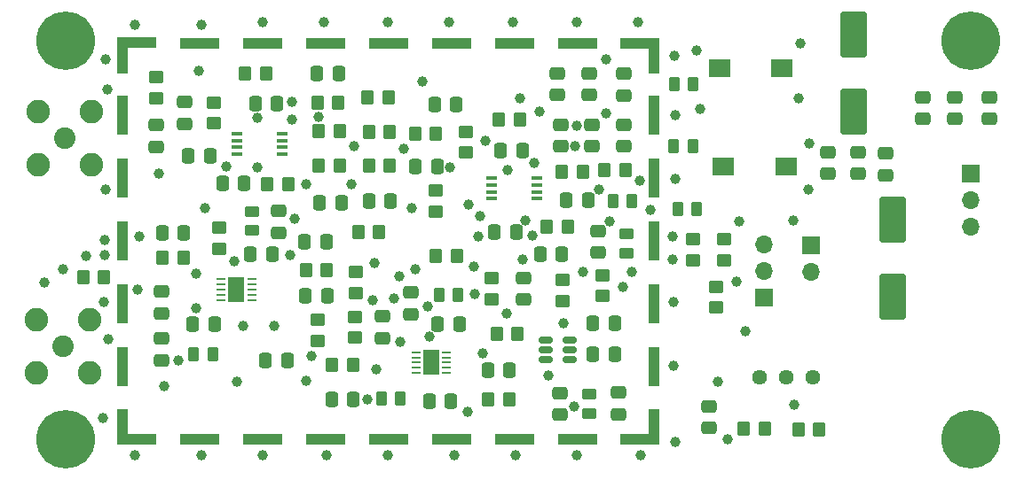
<source format=gbr>
%TF.GenerationSoftware,KiCad,Pcbnew,7.0.5*%
%TF.CreationDate,2023-08-07T14:42:52-07:00*%
%TF.ProjectId,TransimpedianceAmplifierV2,5472616e-7369-46d7-9065-6469616e6365,rev?*%
%TF.SameCoordinates,Original*%
%TF.FileFunction,Soldermask,Top*%
%TF.FilePolarity,Negative*%
%FSLAX46Y46*%
G04 Gerber Fmt 4.6, Leading zero omitted, Abs format (unit mm)*
G04 Created by KiCad (PCBNEW 7.0.5) date 2023-08-07 14:42:52*
%MOMM*%
%LPD*%
G01*
G04 APERTURE LIST*
G04 Aperture macros list*
%AMRoundRect*
0 Rectangle with rounded corners*
0 $1 Rounding radius*
0 $2 $3 $4 $5 $6 $7 $8 $9 X,Y pos of 4 corners*
0 Add a 4 corners polygon primitive as box body*
4,1,4,$2,$3,$4,$5,$6,$7,$8,$9,$2,$3,0*
0 Add four circle primitives for the rounded corners*
1,1,$1+$1,$2,$3*
1,1,$1+$1,$4,$5*
1,1,$1+$1,$6,$7*
1,1,$1+$1,$8,$9*
0 Add four rect primitives between the rounded corners*
20,1,$1+$1,$2,$3,$4,$5,0*
20,1,$1+$1,$4,$5,$6,$7,0*
20,1,$1+$1,$6,$7,$8,$9,0*
20,1,$1+$1,$8,$9,$2,$3,0*%
G04 Aperture macros list end*
%ADD10RoundRect,0.250000X-0.337500X-0.475000X0.337500X-0.475000X0.337500X0.475000X-0.337500X0.475000X0*%
%ADD11RoundRect,0.250000X-0.475000X0.337500X-0.475000X-0.337500X0.475000X-0.337500X0.475000X0.337500X0*%
%ADD12RoundRect,0.250000X-0.450000X0.350000X-0.450000X-0.350000X0.450000X-0.350000X0.450000X0.350000X0*%
%ADD13R,1.100000X0.400000*%
%ADD14C,2.050000*%
%ADD15C,2.250000*%
%ADD16RoundRect,0.250000X-0.350000X-0.450000X0.350000X-0.450000X0.350000X0.450000X-0.350000X0.450000X0*%
%ADD17RoundRect,0.062500X-0.362500X-0.062500X0.362500X-0.062500X0.362500X0.062500X-0.362500X0.062500X0*%
%ADD18R,1.650000X2.380000*%
%ADD19C,5.600000*%
%ADD20RoundRect,0.250000X0.350000X0.450000X-0.350000X0.450000X-0.350000X-0.450000X0.350000X-0.450000X0*%
%ADD21R,2.000000X1.700000*%
%ADD22RoundRect,0.250000X-0.450000X0.262500X-0.450000X-0.262500X0.450000X-0.262500X0.450000X0.262500X0*%
%ADD23RoundRect,0.250000X0.337500X0.475000X-0.337500X0.475000X-0.337500X-0.475000X0.337500X-0.475000X0*%
%ADD24RoundRect,0.250000X-0.262500X-0.450000X0.262500X-0.450000X0.262500X0.450000X-0.262500X0.450000X0*%
%ADD25RoundRect,0.250000X0.475000X-0.337500X0.475000X0.337500X-0.475000X0.337500X-0.475000X-0.337500X0*%
%ADD26RoundRect,0.250000X0.262500X0.450000X-0.262500X0.450000X-0.262500X-0.450000X0.262500X-0.450000X0*%
%ADD27R,1.700000X1.700000*%
%ADD28O,1.700000X1.700000*%
%ADD29RoundRect,0.250000X0.450000X-0.262500X0.450000X0.262500X-0.450000X0.262500X-0.450000X-0.262500X0*%
%ADD30R,1.000000X3.350000*%
%ADD31R,1.000000X3.800000*%
%ADD32R,3.700000X1.000000*%
%ADD33R,3.800000X1.000000*%
%ADD34RoundRect,0.250000X0.450000X-0.350000X0.450000X0.350000X-0.450000X0.350000X-0.450000X-0.350000X0*%
%ADD35RoundRect,0.250000X1.000000X-1.950000X1.000000X1.950000X-1.000000X1.950000X-1.000000X-1.950000X0*%
%ADD36RoundRect,0.150000X-0.512500X-0.150000X0.512500X-0.150000X0.512500X0.150000X-0.512500X0.150000X0*%
%ADD37C,1.440000*%
%ADD38C,1.000000*%
G04 APERTURE END LIST*
D10*
%TO.C,C38*%
X114062500Y-77100000D03*
X116137500Y-77100000D03*
%TD*%
D11*
%TO.C,C18*%
X119400000Y-79762500D03*
X119400000Y-81837500D03*
%TD*%
D12*
%TO.C,R23*%
X161100000Y-87000000D03*
X161100000Y-89000000D03*
%TD*%
D10*
%TO.C,C42*%
X139975000Y-81825000D03*
X142050000Y-81825000D03*
%TD*%
D13*
%TO.C,U3*%
X115400000Y-72400000D03*
X115400000Y-73050000D03*
X115400000Y-73700000D03*
X115400000Y-74350000D03*
X119700000Y-74350000D03*
X119700000Y-73700000D03*
X119700000Y-73050000D03*
X119700000Y-72400000D03*
%TD*%
D14*
%TO.C,J3*%
X98806000Y-92710000D03*
D15*
X96266000Y-90170000D03*
X96266000Y-95250000D03*
X101346000Y-90170000D03*
X101346000Y-95250000D03*
%TD*%
D16*
%TO.C,R32*%
X145000000Y-81300000D03*
X147000000Y-81300000D03*
%TD*%
D17*
%TO.C,U2*%
X132506000Y-93274000D03*
X132506000Y-93774000D03*
X132506000Y-94274000D03*
X132506000Y-94774000D03*
X132506000Y-95274000D03*
X135406000Y-95274000D03*
X135406000Y-94774000D03*
X135406000Y-94274000D03*
X135406000Y-93774000D03*
X135406000Y-93274000D03*
D18*
X133956000Y-94274000D03*
%TD*%
D19*
%TO.C,J2*%
X99060000Y-101600000D03*
%TD*%
D14*
%TO.C,J7*%
X98983800Y-72847200D03*
D15*
X96443800Y-70307200D03*
X96443800Y-75387200D03*
X101523800Y-70307200D03*
X101523800Y-75387200D03*
%TD*%
D12*
%TO.C,R12*%
X139700000Y-86200000D03*
X139700000Y-88200000D03*
%TD*%
%TO.C,R31*%
X146500000Y-86400000D03*
X146500000Y-88400000D03*
%TD*%
%TO.C,R8*%
X126700000Y-89900000D03*
X126700000Y-91900000D03*
%TD*%
D20*
%TO.C,R29*%
X130000000Y-72200000D03*
X128000000Y-72200000D03*
%TD*%
D16*
%TO.C,R1*%
X100743000Y-86080600D03*
X102743000Y-86080600D03*
%TD*%
D11*
%TO.C,C44*%
X151800000Y-97125000D03*
X151800000Y-99200000D03*
%TD*%
D10*
%TO.C,C41*%
X140575000Y-74025000D03*
X142650000Y-74025000D03*
%TD*%
D21*
%TO.C,L1*%
X167439600Y-66116200D03*
X161439600Y-66116200D03*
%TD*%
D22*
%TO.C,FB9*%
X152600000Y-81987500D03*
X152600000Y-83812500D03*
%TD*%
D11*
%TO.C,C21*%
X132000000Y-87562500D03*
X132000000Y-89637500D03*
%TD*%
D23*
%TO.C,C33*%
X125137500Y-66600000D03*
X123062500Y-66600000D03*
%TD*%
D20*
%TO.C,R17*%
X134400000Y-72400000D03*
X132400000Y-72400000D03*
%TD*%
D24*
%TO.C,FB2*%
X157087500Y-73600000D03*
X158912500Y-73600000D03*
%TD*%
D16*
%TO.C,R15*%
X127900000Y-68900000D03*
X129900000Y-68900000D03*
%TD*%
D19*
%TO.C,J6*%
X185420000Y-101600000D03*
%TD*%
D12*
%TO.C,R24*%
X107700000Y-67000000D03*
X107700000Y-69000000D03*
%TD*%
D25*
%TO.C,C3*%
X174700000Y-76237500D03*
X174700000Y-74162500D03*
%TD*%
D26*
%TO.C,FB6*%
X131012500Y-97700000D03*
X129187500Y-97700000D03*
%TD*%
D11*
%TO.C,C6*%
X183896000Y-68914100D03*
X183896000Y-70989100D03*
%TD*%
D10*
%TO.C,C26*%
X121962500Y-87900000D03*
X124037500Y-87900000D03*
%TD*%
D16*
%TO.C,R16*%
X128000000Y-75400000D03*
X130000000Y-75400000D03*
%TD*%
D11*
%TO.C,C37*%
X107700000Y-71562500D03*
X107700000Y-73637500D03*
%TD*%
D27*
%TO.C,J8*%
X185420000Y-76200000D03*
D28*
X185420000Y-78740000D03*
X185420000Y-81280000D03*
%TD*%
D23*
%TO.C,C20*%
X110359100Y-81889600D03*
X108284100Y-81889600D03*
%TD*%
D11*
%TO.C,C14*%
X146297600Y-71501000D03*
X146297600Y-73576000D03*
%TD*%
D20*
%TO.C,R9*%
X136400000Y-84100000D03*
X134400000Y-84100000D03*
%TD*%
D16*
%TO.C,R14*%
X123200000Y-72100000D03*
X125200000Y-72100000D03*
%TD*%
%TO.C,R27*%
X118300000Y-77200000D03*
X120300000Y-77200000D03*
%TD*%
D10*
%TO.C,C22*%
X134562500Y-90600000D03*
X136637500Y-90600000D03*
%TD*%
D19*
%TO.C,J1*%
X99060000Y-63500000D03*
%TD*%
D23*
%TO.C,C24*%
X126537500Y-97800000D03*
X124462500Y-97800000D03*
%TD*%
D16*
%TO.C,R26*%
X127000000Y-81800000D03*
X129000000Y-81800000D03*
%TD*%
D23*
%TO.C,C49*%
X148937500Y-78700000D03*
X146862500Y-78700000D03*
%TD*%
D29*
%TO.C,FB8*%
X149000000Y-99112500D03*
X149000000Y-97287500D03*
%TD*%
D23*
%TO.C,C17*%
X113275000Y-90600000D03*
X111200000Y-90600000D03*
%TD*%
D16*
%TO.C,R19*%
X169000000Y-100700000D03*
X171000000Y-100700000D03*
%TD*%
D10*
%TO.C,C31*%
X117178000Y-69469000D03*
X119253000Y-69469000D03*
%TD*%
D25*
%TO.C,C7*%
X171800000Y-76237500D03*
X171800000Y-74162500D03*
%TD*%
%TO.C,C15*%
X108200000Y-94037500D03*
X108200000Y-91962500D03*
%TD*%
D30*
%TO.C,J4*%
X104490000Y-64900000D03*
D31*
X104490000Y-70650000D03*
X104490000Y-76650000D03*
X104490000Y-82650000D03*
X104490000Y-88650000D03*
X104490000Y-94650000D03*
D30*
X104490000Y-100425000D03*
D32*
X105840000Y-63700000D03*
X105840000Y-101600000D03*
D33*
X111890000Y-63750000D03*
X111890000Y-101600000D03*
X117890000Y-63750000D03*
X117890000Y-101600000D03*
X123890000Y-63750000D03*
X123890000Y-101600000D03*
X129890000Y-63750000D03*
X129890000Y-101600000D03*
X135890000Y-63750000D03*
X135890000Y-101600000D03*
X141890000Y-63750000D03*
X141890000Y-101600000D03*
X147890000Y-63750000D03*
X147890000Y-101600000D03*
D32*
X153890000Y-63750000D03*
X153890000Y-101600000D03*
D30*
X155240000Y-64900000D03*
D31*
X155240000Y-70650000D03*
X155240000Y-76650000D03*
X155240000Y-82650000D03*
X155240000Y-88650000D03*
X155240000Y-94650000D03*
D30*
X155240000Y-100425000D03*
%TD*%
D16*
%TO.C,R20*%
X116200000Y-66600000D03*
X118200000Y-66600000D03*
%TD*%
D13*
%TO.C,U4*%
X139700000Y-76650000D03*
X139700000Y-77300000D03*
X139700000Y-77950000D03*
X139700000Y-78600000D03*
X144000000Y-78600000D03*
X144000000Y-77950000D03*
X144000000Y-77300000D03*
X144000000Y-76650000D03*
%TD*%
D12*
%TO.C,R21*%
X113200000Y-69400000D03*
X113200000Y-71400000D03*
%TD*%
D26*
%TO.C,FB7*%
X159312500Y-79600000D03*
X157487500Y-79600000D03*
%TD*%
D23*
%TO.C,C39*%
X125375000Y-79000000D03*
X123300000Y-79000000D03*
%TD*%
D25*
%TO.C,C36*%
X160500000Y-100537500D03*
X160500000Y-98462500D03*
%TD*%
D16*
%TO.C,R34*%
X146400000Y-76000000D03*
X148400000Y-76000000D03*
%TD*%
D20*
%TO.C,R36*%
X152500000Y-75900000D03*
X150500000Y-75900000D03*
%TD*%
D26*
%TO.C,FB4*%
X113100000Y-93500000D03*
X111275000Y-93500000D03*
%TD*%
D25*
%TO.C,C29*%
X142800000Y-88237500D03*
X142800000Y-86162500D03*
%TD*%
D11*
%TO.C,C8*%
X148996400Y-66624200D03*
X148996400Y-68699200D03*
%TD*%
D25*
%TO.C,C1*%
X177300000Y-76337500D03*
X177300000Y-74262500D03*
%TD*%
D10*
%TO.C,C23*%
X133762500Y-98000000D03*
X135837500Y-98000000D03*
%TD*%
D27*
%TO.C,JP1*%
X165700000Y-88040000D03*
D28*
X165700000Y-85500000D03*
X165700000Y-82960000D03*
%TD*%
D20*
%TO.C,R37*%
X142400000Y-71000000D03*
X140400000Y-71000000D03*
%TD*%
D24*
%TO.C,FB5*%
X134687500Y-87800000D03*
X136512500Y-87800000D03*
%TD*%
D23*
%TO.C,C40*%
X130075000Y-78800000D03*
X128000000Y-78800000D03*
%TD*%
D12*
%TO.C,R25*%
X161900000Y-82500000D03*
X161900000Y-84500000D03*
%TD*%
D21*
%TO.C,L2*%
X167800000Y-75500000D03*
X161800000Y-75500000D03*
%TD*%
D24*
%TO.C,FB10*%
X151287500Y-78800000D03*
X153112500Y-78800000D03*
%TD*%
D16*
%TO.C,R10*%
X139395200Y-97790000D03*
X141395200Y-97790000D03*
%TD*%
D11*
%TO.C,C28*%
X129300000Y-89862500D03*
X129300000Y-91937500D03*
%TD*%
D17*
%TO.C,U1*%
X113919000Y-86265000D03*
X113919000Y-86765000D03*
X113919000Y-87265000D03*
X113919000Y-87765000D03*
X113919000Y-88265000D03*
X116819000Y-88265000D03*
X116819000Y-87765000D03*
X116819000Y-87265000D03*
X116819000Y-86765000D03*
X116819000Y-86265000D03*
D18*
X115369000Y-87265000D03*
%TD*%
D34*
%TO.C,R4*%
X126800000Y-87600000D03*
X126800000Y-85600000D03*
%TD*%
D23*
%TO.C,C16*%
X118775000Y-83900000D03*
X116700000Y-83900000D03*
%TD*%
D12*
%TO.C,R33*%
X134400000Y-77800000D03*
X134400000Y-79800000D03*
%TD*%
D20*
%TO.C,R22*%
X165800000Y-100600000D03*
X163800000Y-100600000D03*
%TD*%
D16*
%TO.C,R5*%
X121987900Y-85416000D03*
X123987900Y-85416000D03*
%TD*%
D23*
%TO.C,C30*%
X141448700Y-94996000D03*
X139373700Y-94996000D03*
%TD*%
D10*
%TO.C,C34*%
X132462500Y-75500000D03*
X134537500Y-75500000D03*
%TD*%
D11*
%TO.C,C10*%
X180886000Y-68914100D03*
X180886000Y-70989100D03*
%TD*%
D23*
%TO.C,C45*%
X151475000Y-93500000D03*
X149400000Y-93500000D03*
%TD*%
D10*
%TO.C,C48*%
X144362500Y-83900000D03*
X146437500Y-83900000D03*
%TD*%
D11*
%TO.C,C19*%
X108229400Y-87460000D03*
X108229400Y-89535000D03*
%TD*%
%TO.C,C47*%
X149900000Y-81662500D03*
X149900000Y-83737500D03*
%TD*%
%TO.C,C13*%
X145986400Y-66624200D03*
X145986400Y-68699200D03*
%TD*%
D10*
%TO.C,C50*%
X134262500Y-69600000D03*
X136337500Y-69600000D03*
%TD*%
D22*
%TO.C,FB3*%
X116890800Y-79800000D03*
X116890800Y-81625000D03*
%TD*%
D23*
%TO.C,C27*%
X120237500Y-94100000D03*
X118162500Y-94100000D03*
%TD*%
D35*
%TO.C,C12*%
X178000000Y-88000000D03*
X178000000Y-80600000D03*
%TD*%
D12*
%TO.C,R30*%
X150300000Y-85900000D03*
X150300000Y-87900000D03*
%TD*%
D27*
%TO.C,J9*%
X170200000Y-83025000D03*
D28*
X170200000Y-85565000D03*
%TD*%
D19*
%TO.C,J5*%
X185420000Y-63500000D03*
%TD*%
D24*
%TO.C,FB1*%
X157151700Y-67665600D03*
X158976700Y-67665600D03*
%TD*%
D20*
%TO.C,R7*%
X126500000Y-94500000D03*
X124500000Y-94500000D03*
%TD*%
D11*
%TO.C,C5*%
X152317600Y-71501000D03*
X152317600Y-73576000D03*
%TD*%
D16*
%TO.C,R28*%
X123200000Y-75400000D03*
X125200000Y-75400000D03*
%TD*%
D36*
%TO.C,U5*%
X144925000Y-92100000D03*
X144925000Y-93050000D03*
X144925000Y-94000000D03*
X147200000Y-94000000D03*
X147200000Y-93050000D03*
X147200000Y-92100000D03*
%TD*%
D23*
%TO.C,C46*%
X151475000Y-90500000D03*
X149400000Y-90500000D03*
%TD*%
D35*
%TO.C,C11*%
X174294800Y-70298800D03*
X174294800Y-62898800D03*
%TD*%
D37*
%TO.C,RV1*%
X165300000Y-95700000D03*
X167840000Y-95700000D03*
X170380000Y-95700000D03*
%TD*%
D12*
%TO.C,R3*%
X113715800Y-81362800D03*
X113715800Y-83362800D03*
%TD*%
D16*
%TO.C,R13*%
X123100000Y-69400000D03*
X125100000Y-69400000D03*
%TD*%
D34*
%TO.C,R6*%
X123100000Y-92200000D03*
X123100000Y-90200000D03*
%TD*%
D20*
%TO.C,R2*%
X110312200Y-84277200D03*
X108312200Y-84277200D03*
%TD*%
D12*
%TO.C,R18*%
X158900000Y-82500000D03*
X158900000Y-84500000D03*
%TD*%
D11*
%TO.C,C35*%
X110400000Y-69362500D03*
X110400000Y-71437500D03*
%TD*%
%TO.C,C4*%
X152336400Y-66645700D03*
X152336400Y-68720700D03*
%TD*%
%TO.C,C9*%
X149307600Y-71501000D03*
X149307600Y-73576000D03*
%TD*%
D16*
%TO.C,R11*%
X140200000Y-91500000D03*
X142200000Y-91500000D03*
%TD*%
D25*
%TO.C,C43*%
X146200000Y-99237500D03*
X146200000Y-97162500D03*
%TD*%
D23*
%TO.C,C32*%
X112837500Y-74500000D03*
X110762500Y-74500000D03*
%TD*%
D11*
%TO.C,C2*%
X187198000Y-68892600D03*
X187198000Y-70967600D03*
%TD*%
D23*
%TO.C,C25*%
X123937500Y-82700000D03*
X121862500Y-82700000D03*
%TD*%
D34*
%TO.C,R35*%
X137300000Y-74200000D03*
X137300000Y-72200000D03*
%TD*%
D38*
X138887200Y-93370400D03*
X130962400Y-92252800D03*
X135636000Y-61722000D03*
X102870000Y-65278000D03*
X115400000Y-96100000D03*
X162200000Y-101600000D03*
X141986000Y-103124000D03*
X102717600Y-88442800D03*
X142700000Y-84400000D03*
X103174800Y-91998800D03*
X117348000Y-75565000D03*
X153670000Y-61722000D03*
X133800000Y-91800000D03*
X112014000Y-61976000D03*
X138430000Y-82169000D03*
X138000000Y-85100000D03*
X122555000Y-93599000D03*
X101041200Y-84074000D03*
X122047000Y-77200000D03*
X98806000Y-85344000D03*
X129794000Y-61722000D03*
X163322000Y-80772000D03*
X151000000Y-80800000D03*
X108500000Y-96500000D03*
X150600000Y-65300000D03*
X97028000Y-86614000D03*
X150000000Y-77700000D03*
X130429000Y-88138000D03*
X108000000Y-76200000D03*
X117856000Y-61722000D03*
X137541000Y-79121000D03*
X147828000Y-61722000D03*
X141732000Y-61722000D03*
X115200000Y-84600000D03*
X157100000Y-94600000D03*
X157175200Y-64897000D03*
X102616000Y-99568000D03*
X102768400Y-83972400D03*
X157226000Y-70612000D03*
X153924000Y-103124000D03*
X106121200Y-82194400D03*
X103022400Y-68122800D03*
X146600000Y-90500000D03*
X105664000Y-103124000D03*
X120500000Y-84000000D03*
X163068000Y-86487000D03*
X123698000Y-61722000D03*
X102870000Y-77724000D03*
X139100000Y-73100000D03*
X119000000Y-90800000D03*
X102819200Y-82550000D03*
X112014000Y-103124000D03*
X169926000Y-77724000D03*
X117348000Y-70866000D03*
X157100000Y-88500000D03*
X132100000Y-79500000D03*
X157226000Y-101854000D03*
X111506000Y-89027000D03*
X128524000Y-84709000D03*
X128350500Y-88300000D03*
X169037000Y-68961000D03*
X132461000Y-85344000D03*
X145161000Y-95504000D03*
X136144000Y-103124000D03*
X168600000Y-98300000D03*
X157226000Y-76708000D03*
X131318000Y-73787000D03*
X141224000Y-75819000D03*
X133100000Y-67400000D03*
X129794000Y-103124000D03*
X147828000Y-71628000D03*
X138100000Y-87700000D03*
X147828000Y-103124000D03*
X137414000Y-99009200D03*
X117856000Y-103124000D03*
X142900000Y-80700000D03*
X116000000Y-90800000D03*
X148400000Y-85600000D03*
X153900000Y-76900000D03*
X141200000Y-89600000D03*
X123952000Y-103124000D03*
X168529000Y-80645000D03*
X161300000Y-96100000D03*
X126600000Y-73600000D03*
X112400000Y-79500000D03*
X163900000Y-91300000D03*
X128676400Y-94894400D03*
X122000000Y-96000000D03*
X157000000Y-82200000D03*
X111800000Y-66400000D03*
X111500000Y-85800000D03*
X105664000Y-61976000D03*
X142400000Y-69000000D03*
X159639000Y-69977000D03*
X105968800Y-87325200D03*
X120650000Y-69342000D03*
X152273000Y-86995000D03*
X159258000Y-64389000D03*
X150600000Y-70400000D03*
X169164000Y-63754000D03*
X135763000Y-75565000D03*
X170053000Y-73279000D03*
X114400000Y-75500000D03*
X138600000Y-80300000D03*
X147700000Y-73576000D03*
X109800000Y-94037500D03*
X127900000Y-97800000D03*
X130900000Y-86000000D03*
X120650500Y-71000000D03*
X147600000Y-98500000D03*
X143812500Y-75187500D03*
X120900000Y-80500000D03*
X133604000Y-88900000D03*
X144300000Y-70300000D03*
X154900000Y-79700000D03*
X143600000Y-82100000D03*
X126300000Y-77200000D03*
X123200000Y-70800000D03*
X153100000Y-85600000D03*
X157000000Y-84400000D03*
M02*

</source>
